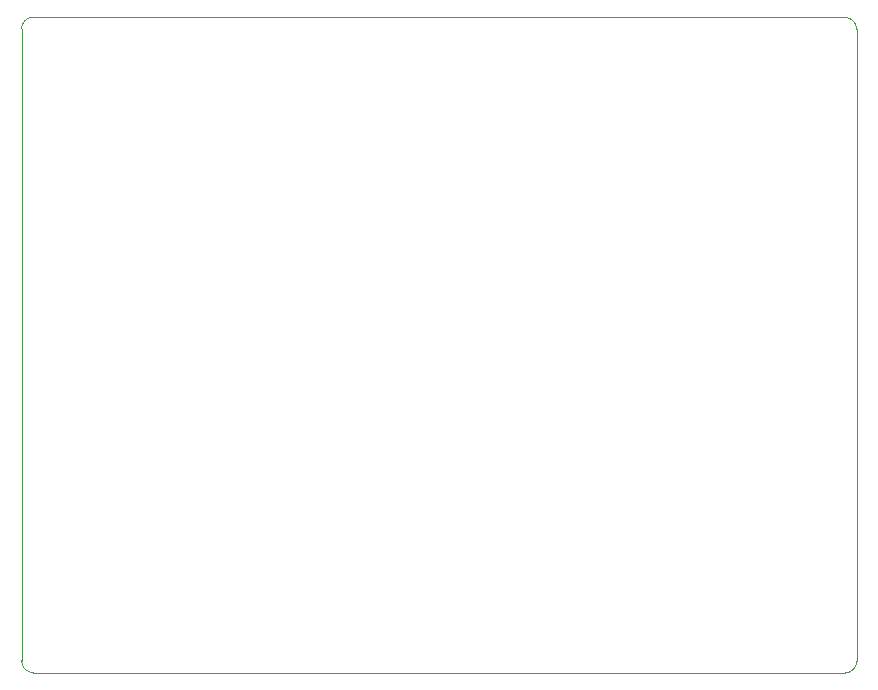
<source format=gbr>
%TF.GenerationSoftware,KiCad,Pcbnew,8.0.7*%
%TF.CreationDate,2024-12-23T22:44:16-05:00*%
%TF.ProjectId,OverSoon,4f766572-536f-46f6-9e2e-6b696361645f,rev?*%
%TF.SameCoordinates,Original*%
%TF.FileFunction,Profile,NP*%
%FSLAX46Y46*%
G04 Gerber Fmt 4.6, Leading zero omitted, Abs format (unit mm)*
G04 Created by KiCad (PCBNEW 8.0.7) date 2024-12-23 22:44:16*
%MOMM*%
%LPD*%
G01*
G04 APERTURE LIST*
%TA.AperFunction,Profile*%
%ADD10C,0.100000*%
%TD*%
G04 APERTURE END LIST*
D10*
X170053100Y-97706200D02*
X170053100Y-151206200D01*
X240766500Y-151238200D02*
X240766500Y-97738200D01*
X171053100Y-152206200D02*
G75*
G02*
X170053100Y-151206200I0J1000000D01*
G01*
X239766500Y-96738200D02*
G75*
G02*
X240766500Y-97738200I0J-1000000D01*
G01*
X171053100Y-152206200D02*
X239766500Y-152238200D01*
X170053100Y-97706200D02*
G75*
G02*
X171053100Y-96706200I1000000J0D01*
G01*
X240766500Y-151238200D02*
G75*
G02*
X239766500Y-152238200I-1000000J0D01*
G01*
X239766500Y-96738200D02*
X171053100Y-96706200D01*
M02*

</source>
